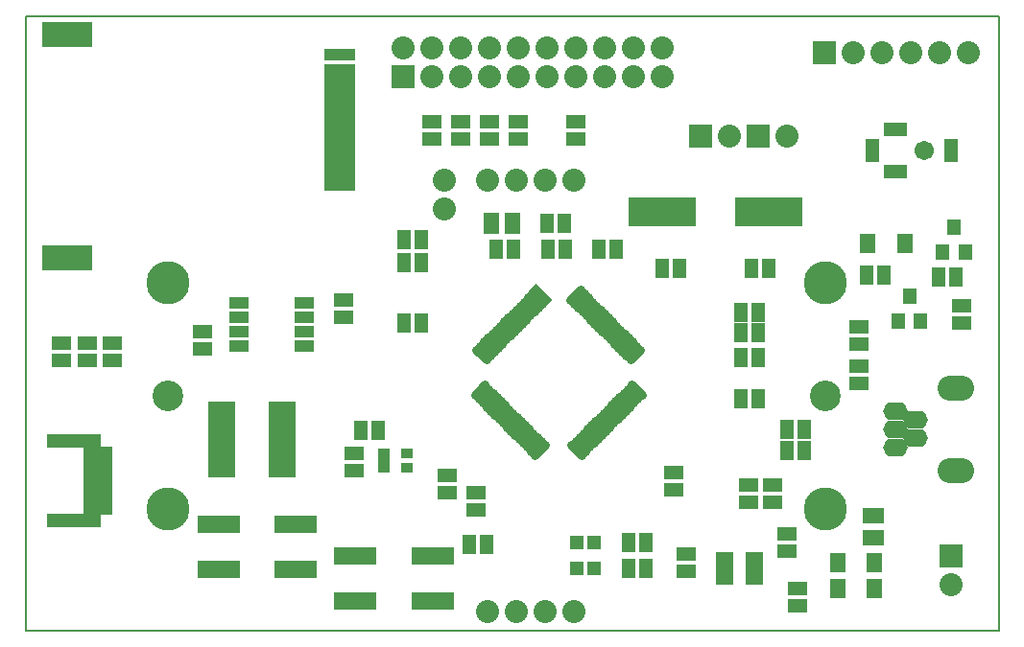
<source format=gts>
G04 (created by PCBNEW-RS274X (2011-06-08)-testing) date Fr 01 Jul 2011 23:29:28 CEST*
G01*
G70*
G90*
%MOIN*%
G04 Gerber Fmt 3.4, Leading zero omitted, Abs format*
%FSLAX34Y34*%
G04 APERTURE LIST*
%ADD10C,0.006000*%
%ADD11C,0.008000*%
%ADD12R,0.098700X0.043600*%
%ADD13R,0.185400X0.047600*%
%ADD14R,0.051400X0.051400*%
%ADD15R,0.080000X0.080000*%
%ADD16C,0.080000*%
%ADD17R,0.236500X0.098700*%
%ADD18R,0.065000X0.045000*%
%ADD19R,0.045000X0.065000*%
%ADD20R,0.055000X0.075000*%
%ADD21R,0.075000X0.055000*%
%ADD22R,0.055800X0.068000*%
%ADD23R,0.067200X0.043600*%
%ADD24C,0.029800*%
%ADD25R,0.051500X0.055400*%
%ADD26R,0.146000X0.059400*%
%ADD27R,0.110600X0.059400*%
%ADD28R,0.110600X0.039700*%
%ADD29R,0.177500X0.086900*%
%ADD30R,0.094800X0.036000*%
%ADD31R,0.040000X0.032000*%
%ADD32R,0.063300X0.043600*%
%ADD33C,0.106600*%
%ADD34C,0.149900*%
%ADD35C,0.067200*%
%ADD36R,0.047600X0.079100*%
%ADD37R,0.079100X0.047600*%
%ADD38O,0.126300X0.086900*%
%ADD39O,0.085000X0.063300*%
G04 APERTURE END LIST*
G54D10*
G54D11*
X14450Y-56300D02*
X14450Y-34950D01*
X48250Y-56300D02*
X14450Y-56300D01*
X48250Y-34950D02*
X48250Y-56300D01*
X15250Y-34950D02*
X48250Y-34950D01*
X14450Y-34950D02*
X15250Y-34950D01*
G54D12*
X16947Y-50116D03*
X16947Y-50509D03*
X16947Y-50903D03*
X16947Y-51297D03*
X16947Y-51691D03*
X16947Y-52084D03*
G54D13*
X16120Y-49722D03*
X16120Y-52478D03*
G54D14*
X34195Y-53250D03*
X33605Y-53250D03*
X34195Y-54150D03*
X33605Y-54150D03*
G54D15*
X27550Y-37050D03*
G54D16*
X27550Y-36050D03*
X28550Y-37050D03*
X28550Y-36050D03*
X29550Y-37050D03*
X29550Y-36050D03*
X30550Y-37050D03*
X30550Y-36050D03*
X31550Y-37050D03*
X31550Y-36050D03*
X32550Y-37050D03*
X32550Y-36050D03*
X33550Y-37050D03*
X33550Y-36050D03*
X34550Y-37050D03*
X34550Y-36050D03*
X35550Y-37050D03*
X35550Y-36050D03*
X36550Y-37050D03*
X36550Y-36050D03*
G54D15*
X37900Y-39100D03*
G54D16*
X38900Y-39100D03*
G54D15*
X39900Y-39100D03*
G54D16*
X40900Y-39100D03*
G54D15*
X46600Y-53700D03*
G54D16*
X46600Y-54700D03*
G54D17*
X40250Y-41750D03*
X36550Y-41750D03*
G54D18*
X20600Y-45900D03*
X20600Y-46500D03*
X25500Y-45400D03*
X25500Y-44800D03*
G54D19*
X46150Y-44000D03*
X46750Y-44000D03*
X36000Y-53250D03*
X35400Y-53250D03*
X36000Y-54150D03*
X35400Y-54150D03*
X29850Y-53300D03*
X30450Y-53300D03*
X33200Y-43050D03*
X32600Y-43050D03*
X40900Y-49300D03*
X41500Y-49300D03*
X40900Y-50050D03*
X41500Y-50050D03*
G54D18*
X33550Y-38600D03*
X33550Y-39200D03*
X31550Y-38600D03*
X31550Y-39200D03*
X30550Y-38600D03*
X30550Y-39200D03*
X29550Y-38600D03*
X29550Y-39200D03*
X28550Y-38600D03*
X28550Y-39200D03*
X43400Y-46350D03*
X43400Y-45750D03*
X46950Y-45600D03*
X46950Y-45000D03*
G54D19*
X44250Y-43950D03*
X43650Y-43950D03*
X32550Y-42150D03*
X33150Y-42150D03*
G54D18*
X40900Y-53550D03*
X40900Y-52950D03*
X37400Y-53650D03*
X37400Y-54250D03*
G54D19*
X39300Y-48250D03*
X39900Y-48250D03*
G54D18*
X30100Y-51500D03*
X30100Y-52100D03*
G54D19*
X36550Y-43700D03*
X37150Y-43700D03*
X40250Y-43700D03*
X39650Y-43700D03*
X28200Y-45600D03*
X27600Y-45600D03*
X39300Y-45250D03*
X39900Y-45250D03*
G54D18*
X41250Y-54850D03*
X41250Y-55450D03*
X40400Y-51250D03*
X40400Y-51850D03*
G54D19*
X28200Y-43500D03*
X27600Y-43500D03*
G54D18*
X39550Y-51250D03*
X39550Y-51850D03*
G54D19*
X34950Y-43050D03*
X34350Y-43050D03*
X39300Y-46800D03*
X39900Y-46800D03*
G54D18*
X36950Y-50800D03*
X36950Y-51400D03*
G54D19*
X30800Y-43050D03*
X31400Y-43050D03*
G54D18*
X43400Y-47700D03*
X43400Y-47100D03*
X29100Y-50900D03*
X29100Y-51500D03*
G54D19*
X39300Y-45932D03*
X39900Y-45932D03*
X28200Y-42700D03*
X27600Y-42700D03*
G54D20*
X31375Y-42150D03*
X30625Y-42150D03*
G54D21*
X43900Y-52325D03*
X43900Y-53075D03*
G54D22*
X42655Y-54850D03*
X43945Y-54850D03*
X42655Y-53950D03*
X43945Y-53950D03*
X43705Y-42850D03*
X44995Y-42850D03*
G54D23*
X24142Y-46400D03*
X24142Y-45900D03*
X24142Y-45400D03*
X24142Y-44900D03*
X21858Y-44900D03*
X21858Y-45400D03*
X21858Y-45900D03*
X21858Y-46400D03*
G54D10*
G36*
X32183Y-44234D02*
X32748Y-44799D01*
X32537Y-45010D01*
X31972Y-44445D01*
X32183Y-44234D01*
X32183Y-44234D01*
G37*
G54D24*
X32397Y-44938D02*
X32043Y-44584D01*
X32258Y-45078D02*
X31904Y-44724D01*
X32119Y-45217D02*
X31765Y-44863D01*
X31979Y-45356D02*
X31625Y-45002D01*
X31841Y-45495D02*
X31487Y-45141D01*
X31701Y-45634D02*
X31347Y-45280D01*
X31562Y-45774D02*
X31208Y-45420D01*
X31423Y-45913D02*
X31069Y-45559D01*
X31284Y-46052D02*
X30930Y-45698D01*
X31144Y-46191D02*
X30790Y-45837D01*
X31006Y-46330D02*
X30652Y-45976D01*
X30866Y-46469D02*
X30512Y-46115D01*
X30727Y-46609D02*
X30373Y-46255D01*
X30588Y-46748D02*
X30234Y-46394D01*
X30448Y-46887D02*
X30094Y-46533D01*
X30404Y-47759D02*
X30050Y-48113D01*
X30543Y-47898D02*
X30189Y-48252D01*
X30683Y-48037D02*
X30329Y-48391D01*
X30822Y-48177D02*
X30468Y-48531D01*
X30961Y-48316D02*
X30607Y-48670D01*
X31100Y-48454D02*
X30746Y-48808D01*
X31239Y-48594D02*
X30885Y-48948D01*
X31378Y-48733D02*
X31024Y-49087D01*
X31518Y-48872D02*
X31164Y-49226D01*
X31657Y-49012D02*
X31303Y-49366D01*
X31796Y-49151D02*
X31442Y-49505D01*
X31935Y-49290D02*
X31581Y-49644D01*
X32074Y-49429D02*
X31720Y-49783D01*
X32213Y-49568D02*
X31859Y-49922D01*
X32353Y-49707D02*
X31999Y-50061D01*
X32492Y-49847D02*
X32138Y-50201D01*
X33762Y-50201D02*
X33408Y-49847D01*
X33901Y-50061D02*
X33547Y-49707D01*
X34041Y-49922D02*
X33687Y-49568D01*
X34180Y-49783D02*
X33826Y-49429D01*
X34319Y-49644D02*
X33965Y-49290D01*
X34458Y-49505D02*
X34104Y-49151D01*
X34597Y-49366D02*
X34243Y-49012D01*
X34736Y-49226D02*
X34382Y-48872D01*
X34876Y-49087D02*
X34522Y-48733D01*
X35015Y-48948D02*
X34661Y-48594D01*
X35154Y-48808D02*
X34800Y-48454D01*
X35293Y-48670D02*
X34939Y-48316D01*
X35432Y-48531D02*
X35078Y-48177D01*
X35571Y-48391D02*
X35217Y-48037D01*
X35711Y-48252D02*
X35357Y-47898D01*
X35850Y-48113D02*
X35496Y-47759D01*
X35806Y-46533D02*
X35452Y-46887D01*
X35666Y-46394D02*
X35312Y-46748D01*
X35388Y-46115D02*
X35034Y-46469D01*
X35532Y-46250D02*
X35178Y-46604D01*
X35248Y-45976D02*
X34894Y-46330D01*
X35110Y-45837D02*
X34756Y-46191D01*
X34970Y-45698D02*
X34616Y-46052D01*
X34831Y-45559D02*
X34477Y-45913D01*
X34692Y-45420D02*
X34338Y-45774D01*
X34553Y-45280D02*
X34199Y-45634D01*
X34415Y-45143D02*
X34061Y-45497D01*
X34276Y-45004D02*
X33922Y-45358D01*
X34137Y-44865D02*
X33783Y-45219D01*
X33997Y-44725D02*
X33643Y-45079D01*
X33859Y-44587D02*
X33505Y-44941D01*
X33720Y-44447D02*
X33366Y-44801D01*
G54D15*
X42200Y-36200D03*
G54D16*
X43200Y-36200D03*
X44200Y-36200D03*
X45200Y-36200D03*
X46200Y-36200D03*
X47200Y-36200D03*
G54D25*
X46306Y-43133D03*
X47094Y-43133D03*
X46700Y-42267D03*
X44756Y-45533D03*
X45544Y-45533D03*
X45150Y-44667D03*
G54D26*
X21161Y-54187D03*
X21161Y-52613D03*
X23839Y-52613D03*
X23839Y-54187D03*
X25911Y-55287D03*
X25911Y-53713D03*
X28589Y-53713D03*
X28589Y-55287D03*
G54D27*
X25353Y-40694D03*
X25353Y-40194D03*
X25353Y-39194D03*
X25353Y-39694D03*
X25353Y-38694D03*
X25353Y-38194D03*
X25353Y-37694D03*
X25353Y-37194D03*
G54D28*
X25353Y-36800D03*
X25353Y-36289D03*
G54D29*
X15904Y-35572D03*
X15904Y-43328D03*
G54D30*
X21250Y-48500D03*
X21250Y-48750D03*
X21250Y-49010D03*
X21250Y-49270D03*
X21250Y-49520D03*
X21250Y-49780D03*
X21250Y-50040D03*
X21250Y-50290D03*
X21250Y-50550D03*
X21250Y-50800D03*
X23350Y-50800D03*
X23350Y-50550D03*
X23350Y-50290D03*
X23350Y-50040D03*
X23350Y-49780D03*
X23350Y-49520D03*
X23350Y-49270D03*
X23350Y-49010D03*
X23350Y-48750D03*
X23350Y-48500D03*
G54D19*
X26686Y-49335D03*
X26086Y-49335D03*
G54D18*
X15700Y-46900D03*
X15700Y-46300D03*
X17450Y-46900D03*
X17450Y-46300D03*
X16600Y-46300D03*
X16600Y-46900D03*
X25850Y-50150D03*
X25850Y-50750D03*
G54D31*
X26900Y-50150D03*
X26900Y-50650D03*
X27700Y-50150D03*
X26900Y-50400D03*
X27700Y-50650D03*
G54D32*
X38738Y-53776D03*
X38738Y-54150D03*
X38738Y-54524D03*
X39762Y-53776D03*
X39762Y-54150D03*
X39762Y-54524D03*
G54D33*
X19383Y-48150D03*
X42217Y-48150D03*
G54D34*
X19383Y-52087D03*
X19383Y-44213D03*
X42217Y-52087D03*
X42217Y-44213D03*
G54D16*
X33509Y-55650D03*
X32509Y-55650D03*
X31509Y-55650D03*
X30509Y-55650D03*
X33509Y-40650D03*
X32509Y-40650D03*
X31509Y-40650D03*
X30509Y-40650D03*
X29009Y-40650D03*
X29009Y-41650D03*
G54D35*
X45650Y-39600D03*
G54D36*
X46595Y-39600D03*
G54D37*
X44666Y-40328D03*
X44666Y-38872D03*
G54D36*
X43878Y-39600D03*
G54D38*
X46761Y-50737D03*
X46761Y-47863D03*
G54D39*
X44665Y-49930D03*
X44665Y-49300D03*
X44665Y-48670D03*
X45353Y-49615D03*
X45353Y-48985D03*
M02*

</source>
